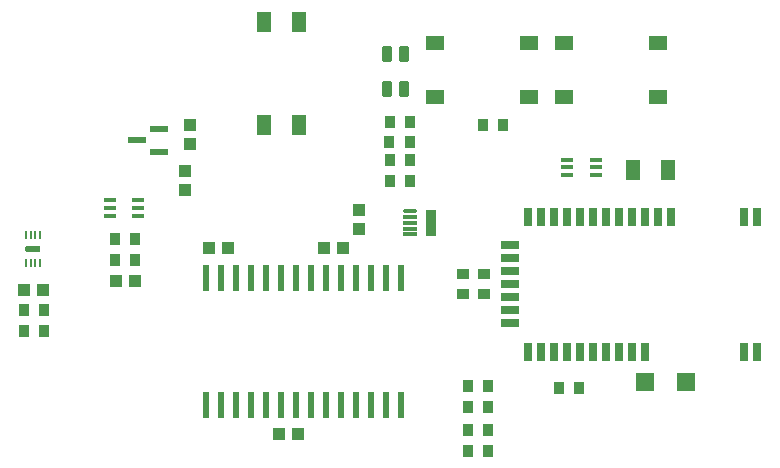
<source format=gtp>
G04*
G04 #@! TF.GenerationSoftware,Altium Limited,Altium Designer,20.1.8 (145)*
G04*
G04 Layer_Color=8421504*
%FSLAX25Y25*%
%MOIN*%
G70*
G04*
G04 #@! TF.SameCoordinates,9FEF0589-292D-4462-8DC4-F6EDC39D71BC*
G04*
G04*
G04 #@! TF.FilePolarity,Positive*
G04*
G01*
G75*
%ADD17R,0.04250X0.01400*%
%ADD18R,0.02756X0.05906*%
%ADD19R,0.05906X0.02756*%
%ADD20R,0.03937X0.03543*%
%ADD21R,0.04724X0.01181*%
G04:AMPARAMS|DCode=22|XSize=11.81mil|YSize=47.24mil|CornerRadius=2.95mil|HoleSize=0mil|Usage=FLASHONLY|Rotation=90.000|XOffset=0mil|YOffset=0mil|HoleType=Round|Shape=RoundedRectangle|*
%AMROUNDEDRECTD22*
21,1,0.01181,0.04134,0,0,90.0*
21,1,0.00591,0.04724,0,0,90.0*
1,1,0.00591,0.02067,0.00295*
1,1,0.00591,0.02067,-0.00295*
1,1,0.00591,-0.02067,-0.00295*
1,1,0.00591,-0.02067,0.00295*
%
%ADD22ROUNDEDRECTD22*%
%ADD23R,0.03500X0.09000*%
%ADD24R,0.00900X0.02900*%
G04:AMPARAMS|DCode=25|XSize=50mil|YSize=19.68mil|CornerRadius=2.46mil|HoleSize=0mil|Usage=FLASHONLY|Rotation=0.000|XOffset=0mil|YOffset=0mil|HoleType=Round|Shape=RoundedRectangle|*
%AMROUNDEDRECTD25*
21,1,0.05000,0.01476,0,0,0.0*
21,1,0.04508,0.01968,0,0,0.0*
1,1,0.00492,0.02254,-0.00738*
1,1,0.00492,-0.02254,-0.00738*
1,1,0.00492,-0.02254,0.00738*
1,1,0.00492,0.02254,0.00738*
%
%ADD25ROUNDEDRECTD25*%
%ADD26R,0.02362X0.08661*%
%ADD27R,0.03937X0.03937*%
%ADD28R,0.06100X0.05100*%
%ADD29R,0.03543X0.03937*%
%ADD30R,0.03937X0.03937*%
%ADD31R,0.05906X0.02362*%
%ADD32R,0.05118X0.07087*%
G04:AMPARAMS|DCode=33|XSize=54.72mil|YSize=31.1mil|CornerRadius=3.89mil|HoleSize=0mil|Usage=FLASHONLY|Rotation=270.000|XOffset=0mil|YOffset=0mil|HoleType=Round|Shape=RoundedRectangle|*
%AMROUNDEDRECTD33*
21,1,0.05472,0.02333,0,0,270.0*
21,1,0.04695,0.03110,0,0,270.0*
1,1,0.00778,-0.01166,-0.02347*
1,1,0.00778,-0.01166,0.02347*
1,1,0.00778,0.01166,0.02347*
1,1,0.00778,0.01166,-0.02347*
%
%ADD33ROUNDEDRECTD33*%
%ADD34R,0.05906X0.05906*%
D17*
X104725Y201441D02*
D03*
Y204000D02*
D03*
Y206559D02*
D03*
X114275D02*
D03*
Y204000D02*
D03*
Y201441D02*
D03*
X257225Y214941D02*
D03*
Y217500D02*
D03*
Y220059D02*
D03*
X266775D02*
D03*
Y217500D02*
D03*
Y214941D02*
D03*
D18*
X320658Y201106D02*
D03*
X316327D02*
D03*
X320658Y155862D02*
D03*
X316327D02*
D03*
X244280D02*
D03*
X248610D02*
D03*
X265933D02*
D03*
X261603D02*
D03*
X257272D02*
D03*
X252941Y201137D02*
D03*
X274595Y155862D02*
D03*
X270264D02*
D03*
X252941D02*
D03*
X265933Y201137D02*
D03*
X257272D02*
D03*
X283256D02*
D03*
X278925Y155862D02*
D03*
X287587Y201137D02*
D03*
X261603D02*
D03*
X278925D02*
D03*
X248610D02*
D03*
X244280D02*
D03*
X274595D02*
D03*
X270264D02*
D03*
X283256Y155862D02*
D03*
X291917Y201137D02*
D03*
D19*
X238177Y191492D02*
D03*
Y182830D02*
D03*
Y178500D02*
D03*
Y174169D02*
D03*
Y187161D02*
D03*
Y169838D02*
D03*
Y165508D02*
D03*
D20*
X229500Y181846D02*
D03*
Y175154D02*
D03*
X222500Y181846D02*
D03*
Y175154D02*
D03*
D21*
X205000Y195163D02*
D03*
X204998Y197132D02*
D03*
X205000Y199100D02*
D03*
Y201031D02*
D03*
D22*
X204900Y203000D02*
D03*
D23*
X212000Y199000D02*
D03*
D24*
X76850Y185551D02*
D03*
X78425D02*
D03*
X80000D02*
D03*
X81575D02*
D03*
Y195000D02*
D03*
X80000D02*
D03*
X78425D02*
D03*
X76850D02*
D03*
D25*
X79213Y190276D02*
D03*
D26*
X202000Y180760D02*
D03*
X197000D02*
D03*
X192000D02*
D03*
X187000D02*
D03*
X182000D02*
D03*
X177000D02*
D03*
X172000D02*
D03*
X167000D02*
D03*
X162000D02*
D03*
X157000D02*
D03*
X152000D02*
D03*
X147000D02*
D03*
X142000D02*
D03*
X137000D02*
D03*
X202000Y138240D02*
D03*
X197000D02*
D03*
X192000D02*
D03*
X187000D02*
D03*
X182000D02*
D03*
X177000D02*
D03*
X172000D02*
D03*
X167000D02*
D03*
X162000D02*
D03*
X157000D02*
D03*
X152000D02*
D03*
X147000D02*
D03*
X142000D02*
D03*
X137000D02*
D03*
D27*
X144150Y190500D02*
D03*
X137850D02*
D03*
X161350Y128500D02*
D03*
X167650D02*
D03*
X113150Y179500D02*
D03*
X106850D02*
D03*
X76350Y176500D02*
D03*
X82650D02*
D03*
X182650Y190500D02*
D03*
X176350D02*
D03*
D28*
X213350Y258858D02*
D03*
Y241142D02*
D03*
X244650D02*
D03*
Y258858D02*
D03*
X256350D02*
D03*
Y241142D02*
D03*
X287650D02*
D03*
Y258858D02*
D03*
D29*
X106653Y193500D02*
D03*
X113347D02*
D03*
X106653Y186500D02*
D03*
X113347D02*
D03*
X198153Y220000D02*
D03*
X204847D02*
D03*
X204847Y213000D02*
D03*
X198153D02*
D03*
X198000Y226000D02*
D03*
X204693D02*
D03*
X224153Y123000D02*
D03*
X230847D02*
D03*
X224153Y130000D02*
D03*
X230847D02*
D03*
X82846Y163000D02*
D03*
X76153D02*
D03*
X82846Y170000D02*
D03*
X76153D02*
D03*
X261347Y144000D02*
D03*
X254654D02*
D03*
X229153Y231500D02*
D03*
X235846D02*
D03*
X204847Y232500D02*
D03*
X198153D02*
D03*
X224153Y137500D02*
D03*
X230847D02*
D03*
X224153Y144500D02*
D03*
X230847D02*
D03*
D30*
X131500Y231650D02*
D03*
Y225350D02*
D03*
X130000Y216150D02*
D03*
Y209850D02*
D03*
X188000Y203150D02*
D03*
Y196850D02*
D03*
D31*
X113760Y226500D02*
D03*
X121240Y230240D02*
D03*
Y222760D02*
D03*
D32*
X156291Y266000D02*
D03*
X167709D02*
D03*
X156291Y231500D02*
D03*
X167709D02*
D03*
X279291Y216500D02*
D03*
X290709D02*
D03*
D33*
X197047Y255465D02*
D03*
X202953D02*
D03*
Y243535D02*
D03*
X197047D02*
D03*
D34*
X296890Y146000D02*
D03*
X283110D02*
D03*
M02*

</source>
